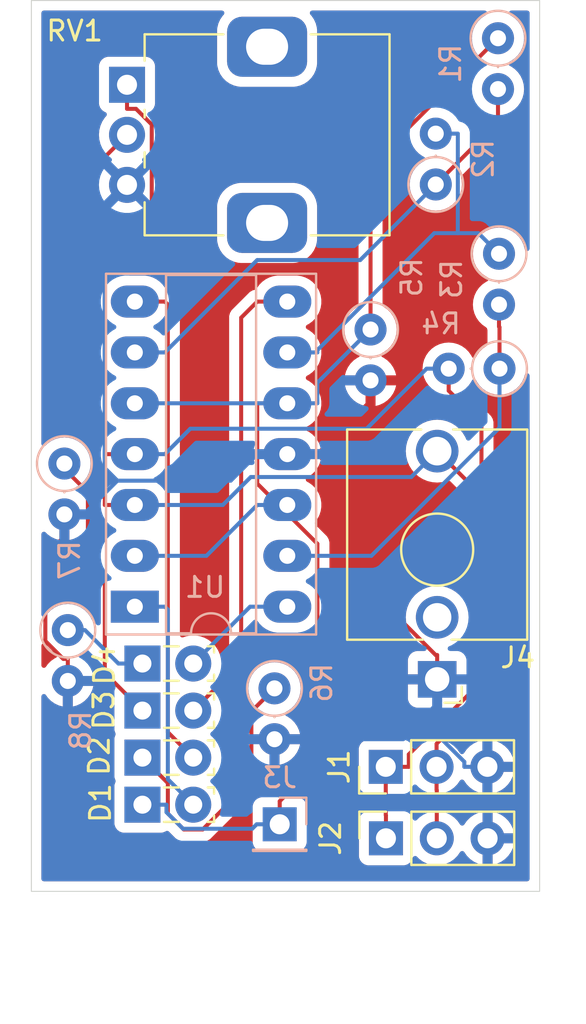
<source format=kicad_pcb>
(kicad_pcb (version 20240108) (generator "pcbnew") (generator_version "8.0")
  (layers (0 "F.Cu" signal) (31 "B.Cu" signal) (34 "B.Paste" user) (35 "F.Paste" user) (36 "B.SilkS" user "B.Silkscreen") (37 "F.SilkS" user "F.Silkscreen") (38 "B.Mask" user) (39 "F.Mask" user) (44 "Edge.Cuts" user))
  (net 0 "")
  (net 1 "Net-(U1B--)")
  (net 2 "GNDREF")
  (net 3 "Net-(U1C--)")
  (net 4 "Net-(U1D--)")
  (net 5 "VCC")
  (net 6 "Net-(D2-K)")
  (net 7 "Net-(D3-K)")
  (net 8 "Net-(D4-K)")
  (net 9 "Net-(J1-Pin_1)")
  (net 12 "Net-(D1-A)")
  (net 13 "Net-(D2-A)")
  (net 14 "Net-(D3-A)")
  (net 15 "Net-(D4-A)")
  (net 17 "Net-(D1-K)")
  (footprint "LED_THT:LED_SideEmitter_Rectangular_W4.5mm_H1.6mm" (layer "F.Cu") (at 181.71 100.92)
    (property "Reference" "D4" (at -1.9 0.1 90) (layer "F.SilkS"))
    (property "Value" "Red")
    (fp_line (start 1.08 -0.861) (end 1.811 -0.861) (stroke (width 0.12)) (layer "F.SilkS"))
    (fp_line (start 1.08 0.861) (end 1.811 0.861) (stroke (width 0.12)) (layer "F.SilkS"))
    (fp_line (start 3.27 -0.861) (end 3.58 -0.861) (stroke (width 0.12)) (layer "F.SilkS"))
    (fp_line (start 3.27 0.861) (end 3.58 0.861) (stroke (width 0.12)) (layer "F.SilkS"))
    (fp_line (start 3.58 -0.861) (end 3.58 -0.555) (stroke (width 0.12)) (layer "F.SilkS"))
    (fp_line (start 3.58 0.555) (end 3.58 0.861) (stroke (width 0.12)) (layer "F.SilkS"))
    (pad "1" thru_hole rect (at 0 0) (size 1.8 1.8) (drill 0.9) (layers "*.Cu" "*.Mask") (net 8 "Net-(D4-K)"))
    (pad "2" thru_hole circle (at 2.54 0) (size 1.8 1.8) (drill 0.9) (layers "*.Cu" "*.Mask") (net 15 "Net-(D4-A)"))
  )
  (footprint "Connector_PinHeader_2.54mm:PinHeader_1x03_P2.54mm_Vertical" (layer "F.Cu") (at 193.87 106.08 90)
    (property "Reference" "J1" (at 0 -2.33 -90) (layer "F.SilkS"))
    (property "Value" "Conn_01x03_Male_Pin")
    (fp_line (start -1.33 -1.33) (end 0 -1.33) (stroke (width 0.12)) (layer "F.SilkS"))
    (fp_line (start -1.33 0) (end -1.33 -1.33) (stroke (width 0.12)) (layer "F.SilkS"))
    (fp_line (start 1.33 1.27) (end 1.33 6.41) (stroke (width 0.12)) (layer "F.SilkS"))
    (fp_line (start -1.33 1.27) (end 1.33 1.27) (stroke (width 0.12)) (layer "F.SilkS"))
    (fp_line (start -1.33 1.27) (end -1.33 6.41) (stroke (width 0.12)) (layer "F.SilkS"))
    (fp_line (start -1.33 6.41) (end 1.33 6.41) (stroke (width 0.12)) (layer "F.SilkS"))
    (pad "1" thru_hole rect (at 0 0 90) (size 1.7 1.7) (drill 1) (layers "*.Cu" "*.Mask") (net 9 "Net-(J1-Pin_1)"))
    (pad "2" thru_hole oval (at 0 2.54 90) (size 1.7 1.7) (drill 1) (layers "*.Cu" "*.Mask") (net 5 "VCC"))
    (pad "3" thru_hole oval (at 0 5.08 90) (size 1.7 1.7) (drill 1) (layers "*.Cu" "*.Mask") (net 2 "GNDREF"))
  )
  (footprint "LED_THT:LED_SideEmitter_Rectangular_W4.5mm_H1.6mm" (layer "F.Cu") (at 181.71 105.62)
    (property "Reference" "D2" (at -2.16 -0.08 90) (layer "F.SilkS"))
    (property "Value" "Blue")
    (fp_line (start 1.08 -0.861) (end 1.811 -0.861) (stroke (width 0.12)) (layer "F.SilkS"))
    (fp_line (start 1.08 0.861) (end 1.811 0.861) (stroke (width 0.12)) (layer "F.SilkS"))
    (fp_line (start 3.27 -0.861) (end 3.58 -0.861) (stroke (width 0.12)) (layer "F.SilkS"))
    (fp_line (start 3.27 0.861) (end 3.58 0.861) (stroke (width 0.12)) (layer "F.SilkS"))
    (fp_line (start 3.58 -0.861) (end 3.58 -0.555) (stroke (width 0.12)) (layer "F.SilkS"))
    (fp_line (start 3.58 0.555) (end 3.58 0.861) (stroke (width 0.12)) (layer "F.SilkS"))
    (pad "1" thru_hole rect (at 0 0) (size 1.8 1.8) (drill 0.9) (layers "*.Cu" "*.Mask") (net 6 "Net-(D2-K)"))
    (pad "2" thru_hole circle (at 2.54 0) (size 1.8 1.8) (drill 0.9) (layers "*.Cu" "*.Mask") (net 13 "Net-(D2-A)"))
  )
  (footprint "Connector_PinSocket_2.54mm:PinSocket_1x03_P2.54mm_Vertical" (layer "F.Cu") (at 193.88 109.65 90)
    (property "Reference" "J2" (at 0 -2.77 -90) (layer "F.SilkS"))
    (property "Value" "Conn_01x03_Female_Pin")
    (fp_line (start 1.33 -1.33) (end 1.33 0) (stroke (width 0.12)) (layer "F.SilkS"))
    (fp_line (start 0 -1.33) (end 1.33 -1.33) (stroke (width 0.12)) (layer "F.SilkS"))
    (fp_line (start 1.33 1.27) (end 1.33 6.41) (stroke (width 0.12)) (layer "F.SilkS"))
    (fp_line (start -1.33 1.27) (end 1.33 1.27) (stroke (width 0.12)) (layer "F.SilkS"))
    (fp_line (start -1.33 1.27) (end -1.33 6.41) (stroke (width 0.12)) (layer "F.SilkS"))
    (fp_line (start -1.33 6.41) (end 1.33 6.41) (stroke (width 0.12)) (layer "F.SilkS"))
    (pad "1" thru_hole rect (at 0 0 90) (size 1.7 1.7) (drill 1) (layers "*.Cu" "*.Mask") (net 9 "Net-(J1-Pin_1)"))
    (pad "2" thru_hole oval (at 0 2.54 90) (size 1.7 1.7) (drill 1) (layers "*.Cu" "*.Mask") (net 5 "VCC"))
    (pad "3" thru_hole oval (at 0 5.08 90) (size 1.7 1.7) (drill 1) (layers "*.Cu" "*.Mask") (net 2 "GNDREF"))
  )
  (footprint "Connector_Audio:Jack_3.5mm_QingPu_WQP-PJ398SM_Vertical_CircularHoles" (layer "F.Cu") (at 196.44 101.71 180)
    (property "Reference" "J4" (at -4.03 1.08 180) (layer "F.SilkS"))
    (property "Value" "AudioJack2_SwitchT")
    (fp_line (start 4.5 12.48) (end 0.8 12.48) (stroke (width 0.12)) (layer "F.SilkS"))
    (fp_line (start 4.5 1.98) (end 4.5 12.48) (stroke (width 0.12)) (layer "F.SilkS"))
    (fp_line (start 4.5 1.98) (end 0.72 1.98) (stroke (width 0.12)) (layer "F.SilkS"))
    (fp_line (start -0.72 1.98) (end -4.5 1.98) (stroke (width 0.12)) (layer "F.SilkS"))
    (fp_line (start -0.8 12.48) (end -4.5 12.48) (stroke (width 0.12)) (layer "F.SilkS"))
    (fp_line (start -1.23 -1.17) (end -0.37 -1.17) (stroke (width 0.12)) (layer "F.SilkS"))
    (fp_line (start -1.23 -1.17) (end -1.23 -0.37) (stroke (width 0.12)) (layer "F.SilkS"))
    (fp_line (start -4.5 1.98) (end -4.5 12.48) (stroke (width 0.12)) (layer "F.SilkS"))
    (fp_circle (center 0 6.48) (end 1.8 6.48) (stroke (width 0.12)) (fill none) (layer "F.SilkS"))
    (pad "S" thru_hole rect (at 0 0) (size 1.93 1.83) (drill 1.22) (layers "*.Cu" "*.Mask") (net 2 "GNDREF"))
    (pad "T" thru_hole circle (at 0 11.4) (size 2.13 2.13) (drill 1.43) (layers "*.Cu" "*.Mask") (net 9 "Net-(J1-Pin_1)"))
    (pad "TN" thru_hole circle (at 0 3.1) (size 2.13 2.13) (drill 1.42) (layers "*.Cu" "*.Mask"))
    (zone (net 0) (net_name "") (layer "F.Cu") (connect_pads (clearance 0)) (min_thickness 0.254)
      (keepout (tracks not_allowed) (vias not_allowed) (pads not_allowed) (copperpour not_allowed) (footprints not_allowed))
      (fill (thermal_gap 0.508) (thermal_bridge_width 0.508))
      (polygon (pts (xy 194.934859 95.23) (xy 194.95507 95.475829) (xy 195.015159 95.715055) (xy 195.113514 95.941256) (xy 195.247492 96.148355) (xy 195.413496 96.33079) (xy 195.607068 96.483664) (xy 195.823008 96.602869) (xy 196.055518 96.685206) (xy 196.298354 96.728461) (xy 196.544993 96.731475) (xy 196.788813 96.694165) (xy 197.023266 96.617534) (xy 197.242054 96.50364) (xy 197.439303 96.355542) (xy 197.609714 96.177216) (xy 197.748712 95.973452) (xy 197.852564 95.749722) (xy 197.918481 95.512035) (xy 197.944692 95.266774) (xy 197.930493 95.020525) (xy 197.876266 94.779901) (xy 197.783468 94.551366) (xy 197.654589 94.341055) (xy 197.493092 94.154618) (xy 197.303313 93.997061) (xy 197.09035 93.872615) (xy 196.859921 93.784623) (xy 196.618215 93.735447) (xy 196.371722 93.726408) (xy 196.127064 93.75775) (xy 195.890809 93.82863) (xy 195.669303 93.937144) (xy 195.468495 94.080379) (xy 195.293777 94.254488) (xy 195.149842 94.454795) (xy 195.040555 94.675921) (xy 194.968851 94.911926) (xy 194.936656 95.156474)))
    )
  )
  (footprint "Potentiometer_THT:Potentiometer_Alps_RK09K_Single_Vertical" (layer "F.Cu") (at 180.94 72.01)
    (property "Reference" "RV1" (at -2.62 -2.69 0) (layer "F.SilkS"))
    (property "Value" "R_Potentiometer_MountingPin")
    (fp_line (start 0.88 -2.521) (end 0.88 -1.2) (stroke (width 0.12)) (layer "F.SilkS"))
    (fp_line (start 0.88 -2.521) (end 4.817 -2.521) (stroke (width 0.12)) (layer "F.SilkS"))
    (fp_line (start 0.88 1.25) (end 0.88 1.63) (stroke (width 0.12)) (layer "F.SilkS"))
    (fp_line (start 0.88 3.371) (end 0.88 4.13) (stroke (width 0.12)) (layer "F.SilkS"))
    (fp_line (start 0.88 5.87) (end 0.88 7.52) (stroke (width 0.12)) (layer "F.SilkS"))
    (fp_line (start 0.88 7.52) (end 4.817 7.52) (stroke (width 0.12)) (layer "F.SilkS"))
    (fp_line (start 9.184 -2.521) (end 13.12 -2.521) (stroke (width 0.12)) (layer "F.SilkS"))
    (fp_line (start 9.184 7.52) (end 13.12 7.52) (stroke (width 0.12)) (layer "F.SilkS"))
    (fp_line (start 13.12 -2.521) (end 13.12 7.52) (stroke (width 0.12)) (layer "F.SilkS"))
    (pad "1" thru_hole rect (at 0 0) (size 1.8 1.8) (drill 1) (layers "*.Cu" "*.Mask") (net 5 "VCC"))
    (pad "2" thru_hole circle (at 0 2.5) (size 1.8 1.8) (drill 1) (layers "*.Cu" "*.Mask") (net 9 "Net-(J1-Pin_1)"))
    (pad "3" thru_hole circle (at 0 5) (size 1.8 1.8) (drill 1) (layers "*.Cu" "*.Mask") (net 2 "GNDREF"))
    (pad "MP" thru_hole roundrect (at 7 -1.9) (size 4 3) (drill oval 2.1 1.8) (layers "*.Cu" "*.Mask"))
    (pad "MP" thru_hole roundrect (at 7 6.9) (size 4 3) (drill oval 2.1 1.8) (layers "*.Cu" "*.Mask"))
  )
  (footprint "LED_THT:LED_SideEmitter_Rectangular_W4.5mm_H1.6mm" (layer "F.Cu") (at 181.71 103.27)
    (property "Reference" "D3" (at -1.93 -0.02 90) (layer "F.SilkS"))
    (property "Value" "Yellow")
    (fp_line (start 1.08 -0.861) (end 1.811 -0.861) (stroke (width 0.12)) (layer "F.SilkS"))
    (fp_line (start 1.08 0.861) (end 1.811 0.861) (stroke (width 0.12)) (layer "F.SilkS"))
    (fp_line (start 3.27 -0.861) (end 3.58 -0.861) (stroke (width 0.12)) (layer "F.SilkS"))
    (fp_line (start 3.27 0.861) (end 3.58 0.861) (stroke (width 0.12)) (layer "F.SilkS"))
    (fp_line (start 3.58 -0.861) (end 3.58 -0.555) (stroke (width 0.12)) (layer "F.SilkS"))
    (fp_line (start 3.58 0.555) (end 3.58 0.861) (stroke (width 0.12)) (layer "F.SilkS"))
    (pad "1" thru_hole rect (at 0 0) (size 1.8 1.8) (drill 0.9) (layers "*.Cu" "*.Mask") (net 7 "Net-(D3-K)"))
    (pad "2" thru_hole circle (at 2.54 0) (size 1.8 1.8) (drill 0.9) (layers "*.Cu" "*.Mask") (net 14 "Net-(D3-A)"))
  )
  (footprint "LED_THT:LED_SideEmitter_Rectangular_W4.5mm_H1.6mm" (layer "F.Cu") (at 181.71 107.97)
    (property "Reference" "D1" (at -2.1 -0.08 90) (layer "F.SilkS"))
    (property "Value" "White")
    (fp_line (start 1.08 -0.861) (end 1.811 -0.861) (stroke (width 0.12)) (layer "F.SilkS"))
    (fp_line (start 1.08 0.861) (end 1.811 0.861) (stroke (width 0.12)) (layer "F.SilkS"))
    (fp_line (start 3.27 -0.861) (end 3.58 -0.861) (stroke (width 0.12)) (layer "F.SilkS"))
    (fp_line (start 3.27 0.861) (end 3.58 0.861) (stroke (width 0.12)) (layer "F.SilkS"))
    (fp_line (start 3.58 -0.861) (end 3.58 -0.555) (stroke (width 0.12)) (layer "F.SilkS"))
    (fp_line (start 3.58 0.555) (end 3.58 0.861) (stroke (width 0.12)) (layer "F.SilkS"))
    (pad "1" thru_hole rect (at 0 0) (size 1.8 1.8) (drill 0.9) (layers "*.Cu" "*.Mask") (net 17 "Net-(D1-K)"))
    (pad "2" thru_hole circle (at 2.54 0) (size 1.8 1.8) (drill 0.9) (layers "*.Cu" "*.Mask") (net 12 "Net-(D1-A)"))
  )
  (footprint "Resistor_THT:R_Axial_DIN0207_L6.3mm_D2.5mm_P2.54mm_Vertical" (layer "B.Cu") (at 193.11 84.235 -90)
    (property "Reference" "R5" (at -2.605 -2.06 90) (layer "B.SilkS") (effects (justify mirror)))
    (property "Value" "1k")
    (fp_line (start 1.44 0) (end 1.37 0) (stroke (width 0.12)) (layer "B.SilkS"))
    (fp_circle (center 0 0) (end 1.37 0) (stroke (width 0.12)) (fill none) (layer "B.SilkS"))
    (pad "1" thru_hole circle (at 0 0 270) (size 1.6 1.6) (drill 0.8) (layers "*.Cu" "*.Mask") (net 17 "Net-(D1-K)"))
    (pad "2" thru_hole oval (at 2.54 0 270) (size 1.6 1.6) (drill 0.8) (layers "*.Cu" "*.Mask") (net 2 "GNDREF"))
  )
  (footprint "Resistor_THT:R_Axial_DIN0207_L6.3mm_D2.5mm_P2.54mm_Vertical" (layer "B.Cu") (at 177.98 99.25 -90)
    (property "Reference" "R8" (at 5.01 -0.64 90) (layer "B.SilkS") (effects (justify mirror)))
    (property "Value" "1k")
    (fp_line (start 1.44 0) (end 1.37 0) (stroke (width 0.12)) (layer "B.SilkS"))
    (fp_circle (center 0 0) (end 1.37 0) (stroke (width 0.12)) (fill none) (layer "B.SilkS"))
    (pad "1" thru_hole circle (at 0 0 270) (size 1.6 1.6) (drill 0.8) (layers "*.Cu" "*.Mask") (net 8 "Net-(D4-K)"))
    (pad "2" thru_hole oval (at 2.54 0 270) (size 1.6 1.6) (drill 0.8) (layers "*.Cu" "*.Mask") (net 2 "GNDREF"))
  )
  (footprint "Resistor_THT:R_Axial_DIN0207_L6.3mm_D2.5mm_P2.54mm_Vertical" (layer "B.Cu") (at 188.31 102.16 -90)
    (property "Reference" "R6" (at -0.28 -2.36 90) (layer "B.SilkS") (effects (justify mirror)))
    (property "Value" "1k")
    (fp_line (start 1.44 0) (end 1.37 0) (stroke (width 0.12)) (layer "B.SilkS"))
    (fp_circle (center 0 0) (end 1.37 0) (stroke (width 0.12)) (fill none) (layer "B.SilkS"))
    (pad "1" thru_hole circle (at 0 0 270) (size 1.6 1.6) (drill 0.8) (layers "*.Cu" "*.Mask") (net 6 "Net-(D2-K)"))
    (pad "2" thru_hole oval (at 2.54 0 270) (size 1.6 1.6) (drill 0.8) (layers "*.Cu" "*.Mask") (net 2 "GNDREF"))
  )
  (footprint "Resistor_THT:R_Axial_DIN0207_L6.3mm_D2.5mm_P2.54mm_Vertical" (layer "B.Cu") (at 199.555 86.19 180)
    (property "Reference" "R4" (at 2.925 2.24 180) (layer "B.SilkS") (effects (justify mirror)))
    (property "Value" "500R")
    (fp_line (start 1.44 0) (end 1.37 0) (stroke (width 0.12)) (layer "B.SilkS"))
    (fp_circle (center 0 0) (end 1.37 0) (stroke (width 0.12)) (fill none) (layer "B.SilkS"))
    (pad "1" thru_hole circle (at 0 0 180) (size 1.6 1.6) (drill 0.8) (layers "*.Cu" "*.Mask") (net 4 "Net-(U1D--)"))
    (pad "2" thru_hole oval (at 2.54 0 180) (size 1.6 1.6) (drill 0.8) (layers "*.Cu" "*.Mask") (net 5 "VCC"))
  )
  (footprint "Connector_PinHeader_2.54mm:PinHeader_1x01_P2.54mm_Vertical" (layer "B.Cu") (at 188.57 108.95 180)
    (property "Reference" "J3" (at 0 2.33 180) (layer "B.SilkS") (effects (justify mirror)))
    (property "Value" "Conn_01x01_Pin")
    (fp_line (start 1.33 -1.27) (end -1.33 -1.27) (stroke (width 0.12)) (layer "B.SilkS"))
    (fp_line (start 1.33 -1.33) (end 1.33 -1.27) (stroke (width 0.12)) (layer "B.SilkS"))
    (fp_line (start 1.33 -1.33) (end -1.33 -1.33) (stroke (width 0.12)) (layer "B.SilkS"))
    (fp_line (start 0 1.33) (end -1.33 1.33) (stroke (width 0.12)) (layer "B.SilkS"))
    (fp_line (start -1.33 1.33) (end -1.33 0) (stroke (width 0.12)) (layer "B.SilkS"))
    (fp_line (start -1.33 -1.33) (end -1.33 -1.27) (stroke (width 0.12)) (layer "B.SilkS"))
    (pad "1" thru_hole rect (at 0 0 180) (size 1.7 1.7) (drill 1) (layers "*.Cu" "*.Mask") (net 17 "Net-(D1-K)"))
  )
  (footprint "Resistor_THT:R_Axial_DIN0207_L6.3mm_D2.5mm_P2.54mm_Vertical" (layer "B.Cu") (at 177.81 90.93 -90)
    (property "Reference" "R7" (at 4.83 -0.26 90) (layer "B.SilkS") (effects (justify mirror)))
    (property "Value" "1k")
    (fp_line (start 1.44 0) (end 1.37 0) (stroke (width 0.12)) (layer "B.SilkS"))
    (fp_circle (center 0 0) (end 1.37 0) (stroke (width 0.12)) (fill none) (layer "B.SilkS"))
    (pad "1" thru_hole circle (at 0 0 270) (size 1.6 1.6) (drill 0.8) (layers "*.Cu" "*.Mask") (net 7 "Net-(D3-K)"))
    (pad "2" thru_hole oval (at 2.54 0 270) (size 1.6 1.6) (drill 0.8) (layers "*.Cu" "*.Mask") (net 2 "GNDREF"))
  )
  (footprint "Package_DIP:DIP-14_W7.62mm_Socket_LongPads" (layer "B.Cu") (at 181.33 98.08)
    (property "Reference" "U1" (at 3.51 -0.97 0) (layer "B.SilkS") (effects (justify mirror)))
    (property "Value" "MCP6004")
    (fp_line (start -1.44 -16.63) (end -1.44 1.39) (stroke (width 0.12)) (layer "B.SilkS"))
    (fp_line (start -1.44 1.39) (end 9.06 1.39) (stroke (width 0.12)) (layer "B.SilkS"))
    (fp_line (start 1.56 -16.57) (end 1.56 1.33) (stroke (width 0.12)) (layer "B.SilkS"))
    (fp_line (start 1.56 1.33) (end 2.81 1.33) (stroke (width 0.12)) (layer "B.SilkS"))
    (fp_line (start 4.81 1.33) (end 6.06 1.33) (stroke (width 0.12)) (layer "B.SilkS"))
    (fp_line (start 6.06 -16.57) (end 1.56 -16.57) (stroke (width 0.12)) (layer "B.SilkS"))
    (fp_line (start 6.06 1.33) (end 6.06 -16.57) (stroke (width 0.12)) (layer "B.SilkS"))
    (fp_line (start 9.06 -16.63) (end -1.44 -16.63) (stroke (width 0.12)) (layer "B.SilkS"))
    (fp_line (start 9.06 1.39) (end 9.06 -16.63) (stroke (width 0.12)) (layer "B.SilkS"))
    (fp_arc (start 2.81 1.33) (mid 3.81 0.33) (end 4.81 1.33) (stroke (width 0.12)) (layer "B.SilkS"))
    (pad "1" thru_hole rect (at 0 0) (size 2.4 1.6) (drill 0.8) (layers "*.Cu" "*.Mask") (net 12 "Net-(D1-A)"))
    (pad "2" thru_hole oval (at 0 -2.54) (size 2.4 1.6) (drill 0.8) (layers "*.Cu" "*.Mask") (net 17 "Net-(D1-K)"))
    (pad "3" thru_hole oval (at 0 -5.08) (size 2.4 1.6) (drill 0.8) (layers "*.Cu" "*.Mask") (net 9 "Net-(J1-Pin_1)"))
    (pad "4" thru_hole oval (at 0 -7.62) (size 2.4 1.6) (drill 0.8) (layers "*.Cu" "*.Mask") (net 5 "VCC"))
    (pad "5" thru_hole oval (at 0 -10.16) (size 2.4 1.6) (drill 0.8) (layers "*.Cu" "*.Mask") (net 17 "Net-(D1-K)"))
    (pad "6" thru_hole oval (at 0 -12.7) (size 2.4 1.6) (drill 0.8) (layers "*.Cu" "*.Mask") (net 1 "Net-(U1B--)"))
    (pad "7" thru_hole oval (at 0 -15.24) (size 2.4 1.6) (drill 0.8) (layers "*.Cu" "*.Mask") (net 13 "Net-(D2-A)"))
    (pad "8" thru_hole oval (at 7.62 -15.24) (size 2.4 1.6) (drill 0.8) (layers "*.Cu" "*.Mask") (net 14 "Net-(D3-A)"))
    (pad "9" thru_hole oval (at 7.62 -12.7) (size 2.4 1.6) (drill 0.8) (layers "*.Cu" "*.Mask") (net 3 "Net-(U1C--)"))
    (pad "10" thru_hole oval (at 7.62 -10.16) (size 2.4 1.6) (drill 0.8) (layers "*.Cu" "*.Mask") (net 17 "Net-(D1-K)"))
    (pad "11" thru_hole oval (at 7.62 -7.62) (size 2.4 1.6) (drill 0.8) (layers "*.Cu" "*.Mask") (net 2 "GNDREF"))
    (pad "12" thru_hole oval (at 7.62 -5.08) (size 2.4 1.6) (drill 0.8) (layers "*.Cu" "*.Mask") (net 17 "Net-(D1-K)"))
    (pad "13" thru_hole oval (at 7.62 -2.54) (size 2.4 1.6) (drill 0.8) (layers "*.Cu" "*.Mask") (net 4 "Net-(U1D--)"))
    (pad "14" thru_hole oval (at 7.62 0) (size 2.4 1.6) (drill 0.8) (layers "*.Cu" "*.Mask") (net 15 "Net-(D4-A)"))
  )
  (footprint "Resistor_THT:R_Axial_DIN0207_L6.3mm_D2.5mm_P2.54mm_Vertical" (layer "B.Cu") (at 199.48 69.685 -90)
    (property "Reference" "R1" (at 1.27 2.37 90) (layer "B.SilkS") (effects (justify mirror)))
    (property "Value" "5k")
    (fp_line (start 1.44 0) (end 1.37 0) (stroke (width 0.12)) (layer "B.SilkS"))
    (fp_circle (center 0 0) (end 1.37 0) (stroke (width 0.12)) (fill none) (layer "B.SilkS"))
    (pad "1" thru_hole circle (at 0 0 270) (size 1.6 1.6) (drill 0.8) (layers "*.Cu" "*.Mask") (net 17 "Net-(D1-K)"))
    (pad "2" thru_hole oval (at 2.54 0 270) (size 1.6 1.6) (drill 0.8) (layers "*.Cu" "*.Mask") (net 1 "Net-(U1B--)"))
  )
  (footprint "Resistor_THT:R_Axial_DIN0207_L6.3mm_D2.5mm_P2.54mm_Vertical" (layer "B.Cu") (at 196.37 76.99 90)
    (property "Reference" "R2" (at 1.27 2.37 -90) (layer "B.SilkS") (effects (justify mirror)))
    (property "Value" "2k")
    (fp_line (start 1.44 0) (end 1.37 0) (stroke (width 0.12)) (layer "B.SilkS"))
    (fp_circle (center 0 0) (end 1.37 0) (stroke (width 0.12)) (fill none) (layer "B.SilkS"))
    (pad "1" thru_hole circle (at 0 0 90) (size 1.6 1.6) (drill 0.8) (layers "*.Cu" "*.Mask") (net 1 "Net-(U1B--)"))
    (pad "2" thru_hole oval (at 2.54 0 90) (size 1.6 1.6) (drill 0.8) (layers "*.Cu" "*.Mask") (net 3 "Net-(U1C--)"))
  )
  (footprint "Resistor_THT:R_Axial_DIN0207_L6.3mm_D2.5mm_P2.54mm_Vertical" (layer "B.Cu") (at 199.53 80.45 -90)
    (property "Reference" "R3" (at 1.27 2.37 90) (layer "B.SilkS") (effects (justify mirror)))
    (property "Value" "2.5k")
    (fp_line (start 1.44 0) (end 1.37 0) (stroke (width 0.12)) (layer "B.SilkS"))
    (fp_circle (center 0 0) (end 1.37 0) (stroke (width 0.12)) (fill none) (layer "B.SilkS"))
    (pad "1" thru_hole circle (at 0 0 270) (size 1.6 1.6) (drill 0.8) (layers "*.Cu" "*.Mask") (net 3 "Net-(U1C--)"))
    (pad "2" thru_hole oval (at 2.54 0 270) (size 1.6 1.6) (drill 0.8) (layers "*.Cu" "*.Mask") (net 4 "Net-(U1D--)"))
  )
  (gr_rect (start 176.16 67.8) (end 201.56 112.3) (stroke (width 0.05)) (fill none) (layer "Edge.Cuts"))
  (segment (start 196.37 76.99) (end 199.48 73.88) (width 0.2) (layer "F.Cu") (net 1))
  (segment (start 199.48 73.88) (end 199.48 72.225) (width 0.2) (layer "F.Cu") (net 1))
  (segment (start 181.33 85.38) (end 182.8317 85.38) (width 0.2) (layer "B.Cu") (net 1))
  (segment (start 187.4464 80.7653) (end 192.5947 80.7653) (width 0.2) (layer "B.Cu") (net 1))
  (segment (start 192.5947 80.7653) (end 196.37 76.99) (width 0.2) (layer "B.Cu") (net 1))
  (segment (start 182.8317 85.38) (end 187.4464 80.7653) (width 0.2) (layer "B.Cu") (net 1))
  (segment (start 192.6031 96.7324) (end 192.6031 92.6114) (width 0.2) (layer "F.Cu") (net 2))
  (segment (start 196.44 100.4933) (end 196.364 100.4933) (width 0.2) (layer "F.Cu") (net 2))
  (segment (start 198.96 109.65) (end 198.96 108.4983) (width 0.2) (layer "F.Cu") (net 2))
  (segment (start 177.98 101.79) (end 177.98 100.6883) (width 0.2) (layer "F.Cu") (net 2))
  (segment (start 198.95 108.4883) (end 198.95 106.08) (width 0.2) (layer "F.Cu") (net 2))
  (segment (start 193.035 87.8767) (end 193.11 87.8767) (width 0.2) (layer "F.Cu") (net 2))
  (segment (start 193.11 86.775) (end 193.11 87.8767) (width 0.2) (layer "F.Cu") (net 2))
  (segment (start 198.96 108.4983) (end 198.95 108.4883) (width 0.2) (layer "F.Cu") (net 2))
  (segment (start 190.4517 90.46) (end 193.035 87.8767) (width 0.2) (layer "F.Cu") (net 2))
  (segment (start 176.8583 99.7949) (end 177.7517 100.6883) (width 0.2) (layer "F.Cu") (net 2))
  (segment (start 196.44 101.71) (end 196.44 100.4933) (width 0.2) (layer "F.Cu") (net 2))
  (segment (start 177.81 93.47) (end 177.81 94.5717) (width 0.2) (layer "F.Cu") (net 2))
  (segment (start 177.81 94.5717) (end 176.8583 95.5234) (width 0.2) (layer "F.Cu") (net 2))
  (segment (start 192.6031 92.6114) (end 190.4517 90.46) (width 0.2) (layer "F.Cu") (net 2))
  (segment (start 176.8583 95.5234) (end 176.8583 99.7949) (width 0.2) (layer "F.Cu") (net 2))
  (segment (start 188.95 90.46) (end 190.4517 90.46) (width 0.2) (layer "F.Cu") (net 2))
  (segment (start 177.7517 100.6883) (end 177.98 100.6883) (width 0.2) (layer "F.Cu") (net 2))
  (segment (start 196.364 100.4933) (end 192.6031 96.7324) (width 0.2) (layer "F.Cu") (net 2))
  (segment (start 197.7983 105.8294) (end 197.7983 106.08) (width 0.2) (layer "B.Cu") (net 2))
  (segment (start 180.94 77.01) (end 179.8209 78.1291) (width 0.2) (layer "B.Cu") (net 2))
  (segment (start 179.8209 78.1291) (end 179.8209 91.1485) (width 0.2) (layer "B.Cu") (net 2))
  (segment (start 195.7056 103.6611) (end 196.44 102.9267) (width 0.2) (layer "B.Cu") (net 2))
  (segment (start 178.9117 93.47) (end 178.9117 93.3323) (width 0.2) (layer "B.Cu") (net 2))
  (segment (start 195.7056 103.7367) (end 195.7056 103.6611) (width 0.2) (layer "B.Cu") (net 2))
  (segment (start 178.9117 93.3323) (end 180.4582 91.7858) (width 0.2) (layer "B.Cu") (net 2))
  (segment (start 188.31 104.7) (end 194.7423 104.7) (width 0.2) (layer "B.Cu") (net 2))
  (segment (start 180.4582 91.7858) (end 186.1225 91.7858) (width 0.2) (layer "B.Cu") (net 2))
  (segment (start 177.81 93.47) (end 178.9117 93.47) (width 0.2) (layer "B.Cu") (net 2))
  (segment (start 186.1225 91.7858) (end 187.4483 90.46) (width 0.2) (layer "B.Cu") (net 2))
  (segment (start 194.7423 104.7) (end 195.7056 103.7367) (width 0.2) (layer "B.Cu") (net 2))
  (segment (start 195.7056 103.7367) (end 197.7983 105.8294) (width 0.2) (layer "B.Cu") (net 2))
  (segment (start 179.8209 91.1485) (end 180.4582 91.7858) (width 0.2) (layer "B.Cu") (net 2))
  (segment (start 196.44 101.71) (end 196.44 102.9267) (width 0.2) (layer "B.Cu") (net 2))
  (segment (start 188.95 90.46) (end 187.4483 90.46) (width 0.2) (layer "B.Cu") (net 2))
  (segment (start 198.95 106.08) (end 197.7983 106.08) (width 0.2) (layer "B.Cu") (net 2))
  (segment (start 198.5008 79.4208) (end 197.4717 79.4208) (width 0.2) (layer "B.Cu") (net 3))
  (segment (start 199.53 80.45) (end 198.5008 79.4208) (width 0.2) (layer "B.Cu") (net 3))
  (segment (start 188.95 85.38) (end 190.4517 85.38) (width 0.2) (layer "B.Cu") (net 3))
  (segment (start 196.2968 79.4208) (end 190.4517 85.2659) (width 0.2) (layer "B.Cu") (net 3))
  (segment (start 196.37 74.45) (end 197.4717 74.45) (width 0.2) (layer "B.Cu") (net 3))
  (segment (start 197.4717 79.4208) (end 196.2968 79.4208) (width 0.2) (layer "B.Cu") (net 3))
  (segment (start 197.4717 74.45) (end 197.4717 79.4208) (width 0.2) (layer "B.Cu") (net 3))
  (segment (start 190.4517 85.2659) (end 190.4517 85.38) (width 0.2) (layer "B.Cu") (net 3))
  (segment (start 199.53 82.99) (end 199.53 84.0917) (width 0.2) (layer "F.Cu") (net 4))
  (segment (start 199.555 86.19) (end 199.555 84.1167) (width 0.2) (layer "F.Cu") (net 4))
  (segment (start 199.555 84.1167) (end 199.53 84.0917) (width 0.2) (layer "F.Cu") (net 4))
  (segment (start 199.555 89.1365) (end 199.555 86.19) (width 0.2) (layer "B.Cu") (net 4))
  (segment (start 188.95 95.54) (end 193.1515 95.54) (width 0.2) (layer "B.Cu") (net 4))
  (segment (start 193.1515 95.54) (end 199.555 89.1365) (width 0.2) (layer "B.Cu") (net 4))
  (segment (start 181.3906 73.2117) (end 182.1749 73.996) (width 0.2) (layer "F.Cu") (net 5))
  (segment (start 198.6538 102.6845) (end 196.41 104.9283) (width 0.2) (layer "F.Cu") (net 5))
  (segment (start 197.015 87.2917) (end 198.6538 88.9305) (width 0.2) (layer "F.Cu") (net 5))
  (segment (start 180.94 72.01) (end 180.94 73.2117) (width 0.2) (layer "F.Cu") (net 5))
  (segment (start 196.42 109.65) (end 196.42 107.2417) (width 0.2) (layer "F.Cu") (net 5))
  (segment (start 197.015 86.19) (end 197.015 87.2917) (width 0.2) (layer "F.Cu") (net 5))
  (segment (start 181.33 90.46) (end 179.8283 90.46) (width 0.2) (layer "F.Cu") (net 5))
  (segment (start 198.6538 88.9305) (end 198.6538 102.6845) (width 0.2) (layer "F.Cu") (net 5))
  (segment (start 196.42 107.2417) (end 196.41 107.2317) (width 0.2) (layer "F.Cu") (net 5))
  (segment (start 180.94 73.2117) (end 181.3906 73.2117) (width 0.2) (layer "F.Cu") (net 5))
  (segment (start 179.8283 81.6327) (end 179.8283 90.46) (width 0.2) (layer "F.Cu") (net 5))
  (segment (start 182.1749 79.2861) (end 179.8283 81.6327) (width 0.2) (layer "F.Cu") (net 5))
  (segment (start 182.1749 73.996) (end 182.1749 79.2861) (width 0.2) (layer "F.Cu") (net 5))
  (segment (start 196.41 106.08) (end 196.41 104.9283) (width 0.2) (layer "F.Cu") (net 5))
  (segment (start 196.41 106.08) (end 196.41 107.2317) (width 0.2) (layer "F.Cu") (net 5))
  (segment (start 192.9133 89.19) (end 195.9133 86.19) (width 0.2) (layer "B.Cu") (net 5))
  (segment (start 181.33 90.46) (end 182.8317 90.46) (width 0.2) (layer "B.Cu") (net 5))
  (segment (start 197.015 86.19) (end 195.9133 86.19) (width 0.2) (layer "B.Cu") (net 5))
  (segment (start 182.8317 90.46) (end 184.1017 89.19) (width 0.2) (layer "B.Cu") (net 5))
  (segment (start 184.1017 89.19) (end 192.9133 89.19) (width 0.2) (layer "B.Cu") (net 5))
  (segment (start 184.7217 109.2084) (end 187.1554 106.7747) (width 0.2) (layer "F.Cu") (net 6))
  (segment (start 182.9802 106.8902) (end 182.9802 108.4123) (width 0.2) (layer "F.Cu") (net 6))
  (segment (start 183.7763 109.2084) (end 184.7217 109.2084) (width 0.2) (layer "F.Cu") (net 6))
  (segment (start 187.1554 106.7747) (end 187.1554 103.3146) (width 0.2) (layer "F.Cu") (net 6))
  (segment (start 182.9802 108.4123) (end 183.7763 109.2084) (width 0.2) (layer "F.Cu") (net 6))
  (segment (start 187.1554 103.3146) (end 188.31 102.16) (width 0.2) (layer "F.Cu") (net 6))
  (segment (start 181.71 105.62) (end 182.9802 106.8902) (width 0.2) (layer "F.Cu") (net 6))
  (segment (start 177.81 91.1967) (end 177.81 90.93) (width 0.2) (layer "F.Cu") (net 7))
  (segment (start 178.9831 92.3698) (end 177.81 91.1967) (width 0.2) (layer "F.Cu") (net 7))
  (segment (start 179.8283 96.922) (end 178.9831 96.0768) (width 0.2) (layer "F.Cu") (net 7))
  (segment (start 181.71 103.27) (end 179.8283 101.3883) (width 0.2) (layer "F.Cu") (net 7))
  (segment (start 178.9831 96.0768) (end 178.9831 92.3698) (width 0.2) (layer "F.Cu") (net 7))
  (segment (start 179.8283 101.3883) (end 179.8283 96.922) (width 0.2) (layer "F.Cu") (net 7))
  (segment (start 177.98 99.25) (end 178.8383 99.25) (width 0.2) (layer "B.Cu") (net 8))
  (segment (start 178.8383 99.25) (end 180.5083 100.92) (width 0.2) (layer "B.Cu") (net 8))
  (segment (start 181.71 100.92) (end 180.5083 100.92) (width 0.2) (layer "B.Cu") (net 8))
  (segment (start 181.33 93) (end 179.8283 93) (width 0.2) (layer "F.Cu") (net 9))
  (segment (start 193.88 108.4983) (end 193.87 108.4883) (width 0.2) (layer "F.Cu") (net 9))
  (segment (start 193.88 109.65) (end 193.88 108.4983) (width 0.2) (layer "F.Cu") (net 9))
  (segment (start 198.2521 102.2288) (end 195.0217 105.4592) (width 0.2) (layer "F.Cu") (net 9))
  (segment (start 179.3833 76.0667) (end 180.94 74.51) (width 0.2) (layer "F.Cu") (net 9))
  (segment (start 179.8283 92.647) (end 179.3833 92.202) (width 0.2) (layer "F.Cu") (net 9))
  (segment (start 195.0217 105.4592) (end 195.0217 106.08) (width 0.2) (layer "F.Cu") (net 9))
  (segment (start 179.3833 92.202) (end 179.3833 76.0667) (width 0.2) (layer "F.Cu") (net 9))
  (segment (start 198.2521 92.1221) (end 198.2521 102.2288) (width 0.2) (layer "F.Cu") (net 9))
  (segment (start 196.44 90.31) (end 198.2521 92.1221) (width 0.2) (layer "F.Cu") (net 9))
  (segment (start 193.87 106.08) (end 195.0217 106.08) (width 0.2) (layer "F.Cu") (net 9))
  (segment (start 193.87 108.4883) (end 193.87 106.08) (width 0.2) (layer "F.Cu") (net 9))
  (segment (start 179.8283 93) (end 179.8283 92.647) (width 0.2) (layer "F.Cu") (net 9))
  (segment (start 182.8317 93) (end 185.7279 93) (width 0.2) (layer "B.Cu") (net 9))
  (segment (start 181.33 93) (end 182.8317 93) (width 0.2) (layer "B.Cu") (net 9))
  (segment (start 185.7279 93) (end 187.1242 91.6037) (width 0.2) (layer "B.Cu") (net 9))
  (segment (start 195.1463 91.6037) (end 196.44 90.31) (width 0.2) (layer "B.Cu") (net 9))
  (segment (start 187.1242 91.6037) (end 195.1463 91.6037) (width 0.2) (layer "B.Cu") (net 9))
  (segment (start 181.33 98.08) (end 182.8317 98.08) (width 0.2) (layer "B.Cu") (net 12))
  (segment (start 182.8317 98.08) (end 182.98 98.2283) (width 0.2) (layer "B.Cu") (net 12))
  (segment (start 182.98 106.7) (end 184.25 107.97) (width 0.2) (layer "B.Cu") (net 12))
  (segment (start 182.98 98.2283) (end 182.98 106.7) (width 0.2) (layer "B.Cu") (net 12))
  (segment (start 182.98 104.35) (end 184.25 105.62) (width 0.2) (layer "F.Cu") (net 13))
  (segment (start 182.8317 82.84) (end 182.98 82.9883) (width 0.2) (layer "F.Cu") (net 13))
  (segment (start 181.33 82.84) (end 182.8317 82.84) (width 0.2) (layer "F.Cu") (net 13))
  (segment (start 182.98 82.9883) (end 182.98 104.35) (width 0.2) (layer "F.Cu") (net 13))
  (segment (start 187.4483 82.84) (end 186.6449 83.6434) (width 0.2) (layer "F.Cu") (net 14))
  (segment (start 188.95 82.84) (end 187.4483 82.84) (width 0.2) (layer "F.Cu") (net 14))
  (segment (start 186.6449 100.8751) (end 184.25 103.27) (width 0.2) (layer "F.Cu") (net 14))
  (segment (start 186.6449 83.6434) (end 186.6449 100.8751) (width 0.2) (layer "F.Cu") (net 14))
  (segment (start 187.09 98.08) (end 184.25 100.92) (width 0.2) (layer "B.Cu") (net 15))
  (segment (start 188.95 98.08) (end 187.09 98.08) (width 0.2) (layer "B.Cu") (net 15))
  (segment (start 188.5164 93) (end 187.4483 91.9319) (width 0.2) (layer "F.Cu") (net 17))
  (segment (start 190.4555 94.9391) (end 190.4555 105.9128) (width 0.2) (layer "F.Cu") (net 17))
  (segment (start 199.48 69.685) (end 193.11 76.055) (width 0.2) (layer "F.Cu") (net 17))
  (segment (start 187.4483 91.9319) (end 187.4483 87.92) (width 0.2) (layer "F.Cu") (net 17))
  (segment (start 188.95 87.92) (end 187.4483 87.92) (width 0.2) (layer "F.Cu") (net 17))
  (segment (start 188.5164 93) (end 190.4555 94.9391) (width 0.2) (layer "F.Cu") (net 17))
  (segment (start 188.57 108.95) (end 188.57 107.7983) (width 0.2) (layer "F.Cu") (net 17))
  (segment (start 190.4555 105.9128) (end 188.57 107.7983) (width 0.2) (layer "F.Cu") (net 17))
  (segment (start 193.11 76.055) (end 193.11 84.235) (width 0.2) (layer "F.Cu") (net 17))
  (segment (start 188.95 93) (end 188.5164 93) (width 0.2) (layer "F.Cu") (net 17))
  (segment (start 182.8317 95.54) (end 184.9083 95.54) (width 0.2) (layer "B.Cu") (net 17))
  (segment (start 188.95 93) (end 187.4483 93) (width 0.2) (layer "B.Cu") (net 17))
  (segment (start 181.33 95.54) (end 182.8317 95.54) (width 0.2) (layer "B.Cu") (net 17))
  (segment (start 182.9117 108.3456) (end 182.9117 107.97) (width 0.2) (layer "B.Cu") (net 17))
  (segment (start 188.57 108.95) (end 187.4183 108.95) (width 0.2) (layer "B.Cu") (net 17))
  (segment (start 188.95 87.92) (end 190.4517 87.92) (width 0.2) (layer "B.Cu") (net 17))
  (segment (start 181.71 107.97) (end 182.9117 107.97) (width 0.2) (layer "B.Cu") (net 17))
  (segment (start 190.4517 87.92) (end 190.4517 86.8933) (width 0.2) (layer "B.Cu") (net 17))
  (segment (start 181.33 87.92) (end 188.95 87.92) (width 0.2) (layer "B.Cu") (net 17))
  (segment (start 187.4183 108.95) (end 187.1966 109.1717) (width 0.2) (layer "B.Cu") (net 17))
  (segment (start 183.7378 109.1717) (end 182.9117 108.3456) (width 0.2) (layer "B.Cu") (net 17))
  (segment (start 190.4517 86.8933) (end 193.11 84.235) (width 0.2) (layer "B.Cu") (net 17))
  (segment (start 184.9083 95.54) (end 187.4483 93) (width 0.2) (layer "B.Cu") (net 17))
  (segment (start 187.1966 109.1717) (end 183.7378 109.1717) (width 0.2) (layer "B.Cu") (net 17))
  (zone (net 2) (net_name "GNDREF") (layers "F&B.Cu") (connect_pads (clearance 0.5)) (min_thickness 0.25) (fill yes (thermal_gap 0.5) (thermal_bridge_width 0.5))
    (polygon (pts (xy 176.16 67.8) (xy 201.56 67.8) (xy 201.56 112.31) (xy 176.17 112.29)))
  )
)
</source>
